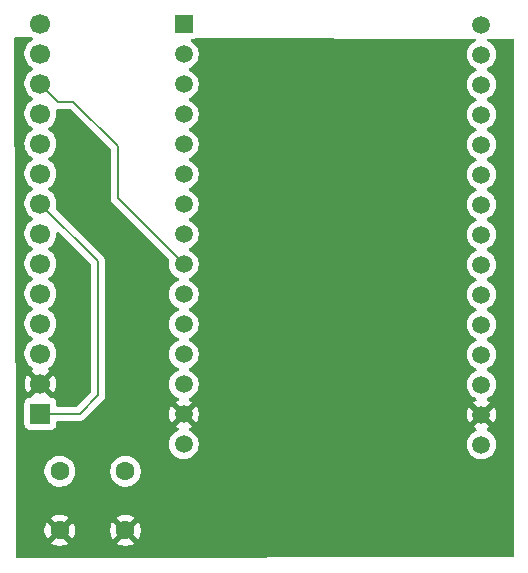
<source format=gbr>
%TF.GenerationSoftware,KiCad,Pcbnew,9.0.4*%
%TF.CreationDate,2026-02-18T17:55:14-08:00*%
%TF.ProjectId,Tool-Display-PCB,546f6f6c-2d44-4697-9370-6c61792d5043,rev?*%
%TF.SameCoordinates,Original*%
%TF.FileFunction,Copper,L2,Bot*%
%TF.FilePolarity,Positive*%
%FSLAX46Y46*%
G04 Gerber Fmt 4.6, Leading zero omitted, Abs format (unit mm)*
G04 Created by KiCad (PCBNEW 9.0.4) date 2026-02-18 17:55:14*
%MOMM*%
%LPD*%
G01*
G04 APERTURE LIST*
%TA.AperFunction,ComponentPad*%
%ADD10C,1.600000*%
%TD*%
%TA.AperFunction,ComponentPad*%
%ADD11C,1.700000*%
%TD*%
%TA.AperFunction,ComponentPad*%
%ADD12R,1.700000X1.700000*%
%TD*%
%TA.AperFunction,ComponentPad*%
%ADD13C,1.500000*%
%TD*%
%TA.AperFunction,ComponentPad*%
%ADD14R,1.500000X1.500000*%
%TD*%
%TA.AperFunction,Conductor*%
%ADD15C,0.200000*%
%TD*%
G04 APERTURE END LIST*
D10*
%TO.P,C1,1*%
%TO.N,GND*%
X109990000Y-107530000D03*
%TO.P,C1,2*%
%TO.N,Net-(J1-Pin_1)*%
X109990000Y-102530000D03*
%TD*%
D11*
%TO.P,J1,CS,Pin_3*%
%TO.N,Net-(J1-Pin_3)*%
X102790000Y-92570000D03*
%TO.P,J1,DC,Pin_5*%
%TO.N,Net-(J1-Pin_5)*%
X102790000Y-87490000D03*
%TO.P,J1,GND,Pin_2*%
%TO.N,GND*%
X102790000Y-95110000D03*
%TO.P,J1,LED,Pin_8*%
%TO.N,Net-(J1-Pin_1)*%
X102790000Y-79870000D03*
%TO.P,J1,MISO,Pin_9*%
%TO.N,unconnected-(J1-Pin_9-PadMISO)*%
X102790000Y-77330000D03*
%TO.P,J1,MOSI,Pin_6*%
%TO.N,Net-(J1-Pin_12)*%
X102790000Y-84950000D03*
%TO.P,J1,RST,Pin_4*%
%TO.N,Net-(J1-Pin_4)*%
X102790000Y-90030000D03*
%TO.P,J1,SCK,Pin_7*%
%TO.N,Net-(J1-Pin_10)*%
X102790000Y-82410000D03*
%TO.P,J1,T_CLK,Pin_10*%
X102790000Y-74790000D03*
%TO.P,J1,T_CS*%
%TO.N,Net-(J2-Pin_9)*%
X102790000Y-72250000D03*
%TO.P,J1,T_DIN,Pin_12*%
%TO.N,Net-(J1-Pin_12)*%
X102790000Y-69710000D03*
%TO.P,J1,T_DO*%
%TO.N,Net-(J2-Pin_10)*%
X102790000Y-67170000D03*
%TO.P,J1,T_IRQ*%
%TO.N,unconnected-(J1-PadT_IRQ)*%
X102790000Y-64630000D03*
D12*
%TO.P,J1,VCC,Pin_1*%
%TO.N,Net-(J1-Pin_1)*%
X102790000Y-97650000D03*
%TD*%
D10*
%TO.P,C2,1*%
%TO.N,GND*%
X104430000Y-107530000D03*
%TO.P,C2,2*%
%TO.N,Net-(J1-Pin_1)*%
X104430000Y-102530000D03*
%TD*%
D13*
%TO.P,J2,1,Pin_17*%
%TO.N,unconnected-(J2-Pin_17-Pad1)*%
X140130000Y-69790000D03*
%TO.P,J2,2,Pin_27*%
%TO.N,unconnected-(J2-Pin_27-Pad2)*%
X140130000Y-92650000D03*
%TO.P,J2,3,Pin_18*%
%TO.N,unconnected-(J2-Pin_18-Pad3)*%
X140130000Y-72330000D03*
%TO.P,J2,3.3V*%
%TO.N,N/C*%
X140130000Y-100270000D03*
%TO.P,J2,4,Pin_25*%
%TO.N,unconnected-(J2-Pin_25-Pad4)*%
X140130000Y-90110000D03*
%TO.P,J2,5,Pin_22*%
%TO.N,unconnected-(J2-Pin_22-Pad5)*%
X140130000Y-82490000D03*
%TO.P,J2,12,Pin_4*%
%TO.N,unconnected-(J2-Pin_4-Pad12)*%
X114930000Y-92610000D03*
%TO.P,J2,13,Pin_3*%
%TO.N,Net-(J1-Pin_3)*%
X114930000Y-95150000D03*
%TO.P,J2,14,Pin_5*%
%TO.N,Net-(J1-Pin_4)*%
X114930000Y-90070000D03*
%TO.P,J2,15,Pin_28*%
%TO.N,unconnected-(J2-Pin_28-Pad15)*%
X140130000Y-95190000D03*
%TO.P,J2,16,Pin_24*%
%TO.N,unconnected-(J2-Pin_24-Pad16)*%
X140130000Y-87570000D03*
%TO.P,J2,17,Pin_23*%
%TO.N,unconnected-(J2-Pin_23-Pad17)*%
X140130000Y-85030000D03*
%TO.P,J2,18,Pin_21*%
%TO.N,unconnected-(J2-Pin_21-Pad18)*%
X140130000Y-79950000D03*
%TO.P,J2,19,Pin_20*%
%TO.N,unconnected-(J2-Pin_20-Pad19)*%
X140130000Y-77410000D03*
%TO.P,J2,21,Pin_19*%
%TO.N,unconnected-(J2-Pin_19-Pad21)*%
X140130000Y-74870000D03*
%TO.P,J2,22,Pin_16*%
%TO.N,unconnected-(J2-Pin_16-Pad22)*%
X140130000Y-67250000D03*
%TO.P,J2,23,Pin_15*%
%TO.N,unconnected-(J2-Pin_15-Pad23)*%
X140130000Y-64710000D03*
%TO.P,J2,25,Pin_8*%
%TO.N,Net-(J1-Pin_10)*%
X114930000Y-82450000D03*
%TO.P,J2,26,Pin_7*%
%TO.N,Net-(J1-Pin_12)*%
X114930000Y-84990000D03*
%TO.P,J2,27,Pin_6*%
%TO.N,Net-(J1-Pin_5)*%
X114930000Y-87530000D03*
%TO.P,J2,32,Pin_10*%
%TO.N,Net-(J2-Pin_10)*%
X114930000Y-77370000D03*
%TO.P,J2,33,Pin_9*%
%TO.N,Net-(J2-Pin_9)*%
X114930000Y-79910000D03*
%TO.P,J2,34,Pin_12*%
%TO.N,unconnected-(J2-Pin_12-Pad34)*%
X114930000Y-72290000D03*
%TO.P,J2,35,Pin_11*%
%TO.N,unconnected-(J2-Pin_11-Pad35)*%
X114930000Y-74830000D03*
%TO.P,J2,36,36*%
%TO.N,unconnected-(J2-Pad36)*%
X114930000Y-67210000D03*
%TO.P,J2,39,Pin_13*%
%TO.N,unconnected-(J2-Pin_13-Pad39)*%
X114930000Y-69750000D03*
D14*
%TO.P,J2,EN,Pin_15*%
%TO.N,unconnected-(J2-Pin_15-PadEN)*%
X114930000Y-64670000D03*
D13*
%TO.P,J2,GND,Pin_2*%
%TO.N,GND*%
X114930000Y-97690000D03*
X140130000Y-97730000D03*
%TO.P,J2,VIN,3.3*%
%TO.N,Net-(J1-Pin_1)*%
X114930000Y-100230000D03*
%TD*%
D15*
%TO.N,Net-(J1-Pin_1)*%
X107670000Y-84750000D02*
X107670000Y-96100000D01*
X107670000Y-96100000D02*
X106120000Y-97650000D01*
X102790000Y-79870000D02*
X107670000Y-84750000D01*
X106120000Y-97650000D02*
X102790000Y-97650000D01*
%TO.N,Net-(J1-Pin_12)*%
X109330000Y-74980000D02*
X109330000Y-79390000D01*
X102790000Y-69710000D02*
X104300000Y-71220000D01*
X105570000Y-71220000D02*
X109330000Y-74980000D01*
X104300000Y-71220000D02*
X105570000Y-71220000D01*
X109330000Y-79390000D02*
X114930000Y-84990000D01*
%TD*%
%TA.AperFunction,Conductor*%
%TO.N,GND*%
G36*
X101987932Y-65745504D02*
G01*
X102004945Y-65750569D01*
X102022699Y-65750615D01*
X102054766Y-65765358D01*
X102057596Y-65767187D01*
X102082184Y-65785051D01*
X102096613Y-65792402D01*
X102101956Y-65795856D01*
X102120782Y-65817695D01*
X102141742Y-65837491D01*
X102143311Y-65843830D01*
X102147576Y-65848777D01*
X102151605Y-65877325D01*
X102158536Y-65905312D01*
X102156429Y-65911494D01*
X102157342Y-65917961D01*
X102145299Y-65944153D01*
X102135998Y-65971447D01*
X102130882Y-65975509D01*
X102128155Y-65981442D01*
X102090946Y-66010484D01*
X102082182Y-66014949D01*
X101910213Y-66139890D01*
X101759890Y-66290213D01*
X101634951Y-66462179D01*
X101538444Y-66651585D01*
X101472753Y-66853760D01*
X101439500Y-67063713D01*
X101439500Y-67276286D01*
X101472753Y-67486239D01*
X101538444Y-67688414D01*
X101634951Y-67877820D01*
X101759890Y-68049786D01*
X101910213Y-68200109D01*
X102082182Y-68325050D01*
X102090946Y-68329516D01*
X102141742Y-68377491D01*
X102158536Y-68445312D01*
X102135998Y-68511447D01*
X102090946Y-68550484D01*
X102082182Y-68554949D01*
X101910213Y-68679890D01*
X101759890Y-68830213D01*
X101634951Y-69002179D01*
X101538444Y-69191585D01*
X101472753Y-69393760D01*
X101439500Y-69603713D01*
X101439500Y-69816286D01*
X101472753Y-70026239D01*
X101472753Y-70026241D01*
X101472754Y-70026243D01*
X101527431Y-70194522D01*
X101538444Y-70228414D01*
X101634951Y-70417820D01*
X101759890Y-70589786D01*
X101910213Y-70740109D01*
X102082182Y-70865050D01*
X102090946Y-70869516D01*
X102141742Y-70917491D01*
X102158536Y-70985312D01*
X102135998Y-71051447D01*
X102090946Y-71090484D01*
X102082182Y-71094949D01*
X101910213Y-71219890D01*
X101759890Y-71370213D01*
X101634951Y-71542179D01*
X101538444Y-71731585D01*
X101472753Y-71933760D01*
X101439500Y-72143713D01*
X101439500Y-72356286D01*
X101472753Y-72566239D01*
X101538444Y-72768414D01*
X101634951Y-72957820D01*
X101759890Y-73129786D01*
X101910213Y-73280109D01*
X102082182Y-73405050D01*
X102090946Y-73409516D01*
X102141742Y-73457491D01*
X102158536Y-73525312D01*
X102135998Y-73591447D01*
X102090946Y-73630484D01*
X102082182Y-73634949D01*
X101910213Y-73759890D01*
X101759890Y-73910213D01*
X101634951Y-74082179D01*
X101538444Y-74271585D01*
X101472753Y-74473760D01*
X101456374Y-74577173D01*
X101439500Y-74683713D01*
X101439500Y-74896287D01*
X101440238Y-74900945D01*
X101466864Y-75069059D01*
X101472754Y-75106243D01*
X101512554Y-75228735D01*
X101538444Y-75308414D01*
X101634951Y-75497820D01*
X101759890Y-75669786D01*
X101910213Y-75820109D01*
X102082182Y-75945050D01*
X102090946Y-75949516D01*
X102141742Y-75997491D01*
X102158536Y-76065312D01*
X102135998Y-76131447D01*
X102090946Y-76170484D01*
X102082182Y-76174949D01*
X101910213Y-76299890D01*
X101759890Y-76450213D01*
X101634951Y-76622179D01*
X101538444Y-76811585D01*
X101472753Y-77013760D01*
X101439500Y-77223713D01*
X101439500Y-77436286D01*
X101472753Y-77646239D01*
X101538444Y-77848414D01*
X101634951Y-78037820D01*
X101759890Y-78209786D01*
X101910213Y-78360109D01*
X102082182Y-78485050D01*
X102090946Y-78489516D01*
X102141742Y-78537491D01*
X102158536Y-78605312D01*
X102135998Y-78671447D01*
X102090946Y-78710484D01*
X102082182Y-78714949D01*
X101910213Y-78839890D01*
X101759890Y-78990213D01*
X101634951Y-79162179D01*
X101538444Y-79351585D01*
X101472753Y-79553760D01*
X101439500Y-79763713D01*
X101439500Y-79976286D01*
X101472753Y-80186239D01*
X101472753Y-80186241D01*
X101472754Y-80186243D01*
X101527431Y-80354522D01*
X101538444Y-80388414D01*
X101634951Y-80577820D01*
X101759890Y-80749786D01*
X101910213Y-80900109D01*
X102082182Y-81025050D01*
X102090946Y-81029516D01*
X102141742Y-81077491D01*
X102158536Y-81145312D01*
X102135998Y-81211447D01*
X102090946Y-81250484D01*
X102082182Y-81254949D01*
X101910213Y-81379890D01*
X101759890Y-81530213D01*
X101634951Y-81702179D01*
X101538444Y-81891585D01*
X101472753Y-82093760D01*
X101439500Y-82303713D01*
X101439500Y-82516286D01*
X101472753Y-82726239D01*
X101538444Y-82928414D01*
X101634951Y-83117820D01*
X101759890Y-83289786D01*
X101910213Y-83440109D01*
X102082182Y-83565050D01*
X102090946Y-83569516D01*
X102141742Y-83617491D01*
X102158536Y-83685312D01*
X102135998Y-83751447D01*
X102090946Y-83790484D01*
X102082182Y-83794949D01*
X101910213Y-83919890D01*
X101759890Y-84070213D01*
X101634951Y-84242179D01*
X101538444Y-84431585D01*
X101472753Y-84633760D01*
X101439500Y-84843713D01*
X101439500Y-85056286D01*
X101472753Y-85266239D01*
X101538444Y-85468414D01*
X101634951Y-85657820D01*
X101759890Y-85829786D01*
X101910213Y-85980109D01*
X102082182Y-86105050D01*
X102090946Y-86109516D01*
X102141742Y-86157491D01*
X102158536Y-86225312D01*
X102135998Y-86291447D01*
X102090946Y-86330484D01*
X102082182Y-86334949D01*
X101910213Y-86459890D01*
X101759890Y-86610213D01*
X101634951Y-86782179D01*
X101538444Y-86971585D01*
X101472753Y-87173760D01*
X101439500Y-87383713D01*
X101439500Y-87596286D01*
X101472753Y-87806239D01*
X101538444Y-88008414D01*
X101634951Y-88197820D01*
X101759890Y-88369786D01*
X101910213Y-88520109D01*
X102082182Y-88645050D01*
X102090946Y-88649516D01*
X102141742Y-88697491D01*
X102158536Y-88765312D01*
X102135998Y-88831447D01*
X102090946Y-88870484D01*
X102082182Y-88874949D01*
X101910213Y-88999890D01*
X101759890Y-89150213D01*
X101634951Y-89322179D01*
X101538444Y-89511585D01*
X101472753Y-89713760D01*
X101439500Y-89923713D01*
X101439500Y-90136286D01*
X101472753Y-90346239D01*
X101538444Y-90548414D01*
X101634951Y-90737820D01*
X101759890Y-90909786D01*
X101910213Y-91060109D01*
X102082182Y-91185050D01*
X102090946Y-91189516D01*
X102141742Y-91237491D01*
X102158536Y-91305312D01*
X102135998Y-91371447D01*
X102090946Y-91410484D01*
X102082182Y-91414949D01*
X101910213Y-91539890D01*
X101759890Y-91690213D01*
X101634951Y-91862179D01*
X101538444Y-92051585D01*
X101472753Y-92253760D01*
X101439500Y-92463713D01*
X101439500Y-92676286D01*
X101472753Y-92886239D01*
X101538444Y-93088414D01*
X101634951Y-93277820D01*
X101759890Y-93449786D01*
X101910213Y-93600109D01*
X102082179Y-93725048D01*
X102082181Y-93725049D01*
X102082184Y-93725051D01*
X102091493Y-93729794D01*
X102142290Y-93777766D01*
X102159087Y-93845587D01*
X102136552Y-93911722D01*
X102091505Y-93950760D01*
X102082446Y-93955376D01*
X102082440Y-93955380D01*
X102028282Y-93994727D01*
X102028282Y-93994728D01*
X102660591Y-94627037D01*
X102597007Y-94644075D01*
X102482993Y-94709901D01*
X102389901Y-94802993D01*
X102324075Y-94917007D01*
X102307037Y-94980591D01*
X101674728Y-94348282D01*
X101674727Y-94348282D01*
X101635380Y-94402439D01*
X101538904Y-94591782D01*
X101473242Y-94793869D01*
X101473242Y-94793872D01*
X101440000Y-95003753D01*
X101440000Y-95216246D01*
X101473242Y-95426127D01*
X101473242Y-95426130D01*
X101538904Y-95628217D01*
X101635375Y-95817550D01*
X101674728Y-95871716D01*
X102307037Y-95239408D01*
X102324075Y-95302993D01*
X102389901Y-95417007D01*
X102482993Y-95510099D01*
X102597007Y-95575925D01*
X102660590Y-95592962D01*
X101990370Y-96263181D01*
X101929047Y-96296666D01*
X101902698Y-96299500D01*
X101892134Y-96299500D01*
X101892123Y-96299501D01*
X101832516Y-96305908D01*
X101697671Y-96356202D01*
X101697664Y-96356206D01*
X101582455Y-96442452D01*
X101582452Y-96442455D01*
X101496206Y-96557664D01*
X101496202Y-96557671D01*
X101445908Y-96692517D01*
X101439501Y-96752116D01*
X101439501Y-96752123D01*
X101439500Y-96752135D01*
X101439500Y-98547870D01*
X101439501Y-98547876D01*
X101445908Y-98607483D01*
X101496202Y-98742328D01*
X101496206Y-98742335D01*
X101582452Y-98857544D01*
X101582455Y-98857547D01*
X101697664Y-98943793D01*
X101697671Y-98943797D01*
X101832517Y-98994091D01*
X101832516Y-98994091D01*
X101839444Y-98994835D01*
X101892127Y-99000500D01*
X103687872Y-99000499D01*
X103747483Y-98994091D01*
X103882331Y-98943796D01*
X103997546Y-98857546D01*
X104083796Y-98742331D01*
X104134091Y-98607483D01*
X104140500Y-98547873D01*
X104140500Y-98374500D01*
X104160185Y-98307461D01*
X104212989Y-98261706D01*
X104264500Y-98250500D01*
X106033331Y-98250500D01*
X106033347Y-98250501D01*
X106040943Y-98250501D01*
X106199054Y-98250501D01*
X106199057Y-98250501D01*
X106351785Y-98209577D01*
X106401904Y-98180639D01*
X106488716Y-98130520D01*
X106600520Y-98018716D01*
X106600520Y-98018714D01*
X106610728Y-98008507D01*
X106610730Y-98008504D01*
X108028506Y-96590728D01*
X108028511Y-96590724D01*
X108038714Y-96580520D01*
X108038716Y-96580520D01*
X108150520Y-96468716D01*
X108207681Y-96369709D01*
X108229577Y-96331785D01*
X108270501Y-96179057D01*
X108270501Y-96020943D01*
X108270501Y-96013348D01*
X108270500Y-96013330D01*
X108270500Y-84670945D01*
X108270500Y-84670943D01*
X108229577Y-84518216D01*
X108229577Y-84518215D01*
X108229577Y-84518214D01*
X108200639Y-84468095D01*
X108200637Y-84468092D01*
X108179562Y-84431588D01*
X108150520Y-84381284D01*
X108038716Y-84269480D01*
X108038715Y-84269479D01*
X108034385Y-84265149D01*
X108034374Y-84265139D01*
X104123757Y-80354522D01*
X104090272Y-80293199D01*
X104093507Y-80228523D01*
X104107246Y-80186243D01*
X104140500Y-79976287D01*
X104140500Y-79763713D01*
X104107246Y-79553757D01*
X104041557Y-79351588D01*
X103945051Y-79162184D01*
X103945049Y-79162181D01*
X103945048Y-79162179D01*
X103820109Y-78990213D01*
X103669786Y-78839890D01*
X103497820Y-78714951D01*
X103497115Y-78714591D01*
X103489054Y-78710485D01*
X103438259Y-78662512D01*
X103421463Y-78594692D01*
X103443999Y-78528556D01*
X103489054Y-78489515D01*
X103497816Y-78485051D01*
X103560479Y-78439524D01*
X103669786Y-78360109D01*
X103669788Y-78360106D01*
X103669792Y-78360104D01*
X103820104Y-78209792D01*
X103820106Y-78209788D01*
X103820109Y-78209786D01*
X103945048Y-78037820D01*
X103945047Y-78037820D01*
X103945051Y-78037816D01*
X104041557Y-77848412D01*
X104107246Y-77646243D01*
X104140500Y-77436287D01*
X104140500Y-77223713D01*
X104107246Y-77013757D01*
X104041557Y-76811588D01*
X103945051Y-76622184D01*
X103945049Y-76622181D01*
X103945048Y-76622179D01*
X103820109Y-76450213D01*
X103669786Y-76299890D01*
X103497820Y-76174951D01*
X103497115Y-76174591D01*
X103489054Y-76170485D01*
X103438259Y-76122512D01*
X103421463Y-76054692D01*
X103443999Y-75988556D01*
X103489054Y-75949515D01*
X103497816Y-75945051D01*
X103560479Y-75899524D01*
X103669786Y-75820109D01*
X103669788Y-75820106D01*
X103669792Y-75820104D01*
X103820104Y-75669792D01*
X103820106Y-75669788D01*
X103820109Y-75669786D01*
X103945048Y-75497820D01*
X103945047Y-75497820D01*
X103945051Y-75497816D01*
X104041557Y-75308412D01*
X104107246Y-75106243D01*
X104140500Y-74896287D01*
X104140500Y-74683713D01*
X104107246Y-74473757D01*
X104041557Y-74271588D01*
X103945051Y-74082184D01*
X103945049Y-74082181D01*
X103945048Y-74082179D01*
X103820109Y-73910213D01*
X103669786Y-73759890D01*
X103497820Y-73634951D01*
X103497115Y-73634591D01*
X103489054Y-73630485D01*
X103438259Y-73582512D01*
X103421463Y-73514692D01*
X103443999Y-73448556D01*
X103489054Y-73409515D01*
X103497816Y-73405051D01*
X103560479Y-73359524D01*
X103669786Y-73280109D01*
X103669788Y-73280106D01*
X103669792Y-73280104D01*
X103820104Y-73129792D01*
X103820106Y-73129788D01*
X103820109Y-73129786D01*
X103945048Y-72957820D01*
X103945047Y-72957820D01*
X103945051Y-72957816D01*
X104041557Y-72768412D01*
X104107246Y-72566243D01*
X104140500Y-72356287D01*
X104140500Y-72143713D01*
X104112020Y-71963898D01*
X104120975Y-71894604D01*
X104165971Y-71841152D01*
X104232722Y-71820513D01*
X104234493Y-71820500D01*
X105269903Y-71820500D01*
X105336942Y-71840185D01*
X105357584Y-71856819D01*
X108693181Y-75192416D01*
X108726666Y-75253739D01*
X108729500Y-75280097D01*
X108729500Y-79303330D01*
X108729499Y-79303348D01*
X108729499Y-79469054D01*
X108729498Y-79469054D01*
X108770423Y-79621785D01*
X108779909Y-79638215D01*
X108849477Y-79758712D01*
X108849481Y-79758717D01*
X108968349Y-79877585D01*
X108968355Y-79877590D01*
X113676231Y-84585466D01*
X113709716Y-84646789D01*
X113711023Y-84692544D01*
X113679500Y-84891576D01*
X113679500Y-85088422D01*
X113710290Y-85282826D01*
X113771117Y-85470029D01*
X113860476Y-85645405D01*
X113976172Y-85804646D01*
X114115354Y-85943828D01*
X114274595Y-86059524D01*
X114397992Y-86122397D01*
X114451213Y-86149515D01*
X114502009Y-86197489D01*
X114518804Y-86265310D01*
X114496267Y-86331445D01*
X114451213Y-86370485D01*
X114274594Y-86460476D01*
X114219540Y-86500476D01*
X114115354Y-86576172D01*
X114115352Y-86576174D01*
X114115351Y-86576174D01*
X113976174Y-86715351D01*
X113976174Y-86715352D01*
X113976172Y-86715354D01*
X113947112Y-86755352D01*
X113860476Y-86874594D01*
X113771117Y-87049970D01*
X113710290Y-87237173D01*
X113679500Y-87431577D01*
X113679500Y-87628422D01*
X113710290Y-87822826D01*
X113771117Y-88010029D01*
X113860476Y-88185405D01*
X113976172Y-88344646D01*
X114115354Y-88483828D01*
X114274595Y-88599524D01*
X114397992Y-88662397D01*
X114451213Y-88689515D01*
X114502009Y-88737489D01*
X114518804Y-88805310D01*
X114496267Y-88871445D01*
X114451213Y-88910485D01*
X114274594Y-89000476D01*
X114219540Y-89040476D01*
X114115354Y-89116172D01*
X114115352Y-89116174D01*
X114115351Y-89116174D01*
X113976174Y-89255351D01*
X113976174Y-89255352D01*
X113976172Y-89255354D01*
X113947112Y-89295352D01*
X113860476Y-89414594D01*
X113771117Y-89589970D01*
X113710290Y-89777173D01*
X113679500Y-89971577D01*
X113679500Y-90168422D01*
X113710290Y-90362826D01*
X113771117Y-90550029D01*
X113860476Y-90725405D01*
X113976172Y-90884646D01*
X114115354Y-91023828D01*
X114274595Y-91139524D01*
X114397992Y-91202397D01*
X114451213Y-91229515D01*
X114502009Y-91277489D01*
X114518804Y-91345310D01*
X114496267Y-91411445D01*
X114451213Y-91450485D01*
X114274594Y-91540476D01*
X114219540Y-91580476D01*
X114115354Y-91656172D01*
X114115352Y-91656174D01*
X114115351Y-91656174D01*
X113976174Y-91795351D01*
X113976174Y-91795352D01*
X113976172Y-91795354D01*
X113947112Y-91835352D01*
X113860476Y-91954594D01*
X113771117Y-92129970D01*
X113710290Y-92317173D01*
X113679500Y-92511577D01*
X113679500Y-92708422D01*
X113710290Y-92902826D01*
X113771117Y-93090029D01*
X113860476Y-93265405D01*
X113976172Y-93424646D01*
X114115354Y-93563828D01*
X114274595Y-93679524D01*
X114373252Y-93729792D01*
X114451213Y-93769515D01*
X114502009Y-93817489D01*
X114518804Y-93885310D01*
X114496267Y-93951445D01*
X114451213Y-93990485D01*
X114274594Y-94080476D01*
X114219540Y-94120476D01*
X114115354Y-94196172D01*
X114115352Y-94196174D01*
X114115351Y-94196174D01*
X113976174Y-94335351D01*
X113976174Y-94335352D01*
X113976172Y-94335354D01*
X113947112Y-94375352D01*
X113860476Y-94494594D01*
X113771117Y-94669970D01*
X113710290Y-94857173D01*
X113679500Y-95051577D01*
X113679500Y-95248422D01*
X113710290Y-95442826D01*
X113771117Y-95630029D01*
X113857673Y-95799903D01*
X113860476Y-95805405D01*
X113976172Y-95964646D01*
X114115354Y-96103828D01*
X114218893Y-96179054D01*
X114274596Y-96219525D01*
X114451763Y-96309795D01*
X114502560Y-96357769D01*
X114519355Y-96425590D01*
X114496818Y-96491725D01*
X114451764Y-96530765D01*
X114274859Y-96620902D01*
X114239873Y-96646320D01*
X114239872Y-96646320D01*
X114841415Y-97247861D01*
X114756306Y-97270667D01*
X114653694Y-97329910D01*
X114569910Y-97413694D01*
X114510667Y-97516306D01*
X114487861Y-97601414D01*
X113886320Y-96999872D01*
X113886320Y-96999873D01*
X113860902Y-97034859D01*
X113860899Y-97034863D01*
X113771582Y-97210161D01*
X113710778Y-97397294D01*
X113680000Y-97591617D01*
X113680000Y-97788382D01*
X113710778Y-97982705D01*
X113771581Y-98169835D01*
X113860905Y-98345145D01*
X113886319Y-98380125D01*
X113886320Y-98380125D01*
X114487861Y-97778584D01*
X114510667Y-97863694D01*
X114569910Y-97966306D01*
X114653694Y-98050090D01*
X114756306Y-98109333D01*
X114841414Y-98132137D01*
X114239873Y-98733677D01*
X114239873Y-98733678D01*
X114274858Y-98759096D01*
X114451764Y-98849234D01*
X114502560Y-98897209D01*
X114519355Y-98965030D01*
X114496818Y-99031164D01*
X114451764Y-99070204D01*
X114274594Y-99160476D01*
X114219540Y-99200476D01*
X114115354Y-99276172D01*
X114115352Y-99276174D01*
X114115351Y-99276174D01*
X113976174Y-99415351D01*
X113976174Y-99415352D01*
X113976172Y-99415354D01*
X113947112Y-99455352D01*
X113860476Y-99574594D01*
X113771117Y-99749970D01*
X113710290Y-99937173D01*
X113679500Y-100131577D01*
X113679500Y-100328422D01*
X113710290Y-100522826D01*
X113771117Y-100710029D01*
X113860476Y-100885405D01*
X113976172Y-101044646D01*
X114115354Y-101183828D01*
X114274595Y-101299524D01*
X114324163Y-101324780D01*
X114449970Y-101388882D01*
X114449972Y-101388882D01*
X114449975Y-101388884D01*
X114538701Y-101417713D01*
X114637173Y-101449709D01*
X114831578Y-101480500D01*
X114831583Y-101480500D01*
X115028422Y-101480500D01*
X115222826Y-101449709D01*
X115286918Y-101428884D01*
X115410025Y-101388884D01*
X115585405Y-101299524D01*
X115744646Y-101183828D01*
X115883828Y-101044646D01*
X115999524Y-100885405D01*
X116088884Y-100710025D01*
X116149709Y-100522826D01*
X116180500Y-100328422D01*
X116180500Y-100131577D01*
X116149709Y-99937173D01*
X116088882Y-99749970D01*
X115999523Y-99574594D01*
X115883828Y-99415354D01*
X115744646Y-99276172D01*
X115585405Y-99160476D01*
X115410025Y-99071116D01*
X115410024Y-99071115D01*
X115408235Y-99070204D01*
X115357439Y-99022230D01*
X115340644Y-98954409D01*
X115363181Y-98888274D01*
X115408236Y-98849234D01*
X115585141Y-98759097D01*
X115620125Y-98733678D01*
X115620126Y-98733678D01*
X115018585Y-98132137D01*
X115103694Y-98109333D01*
X115206306Y-98050090D01*
X115290090Y-97966306D01*
X115349333Y-97863694D01*
X115372137Y-97778585D01*
X115973678Y-98380126D01*
X115973678Y-98380125D01*
X115999095Y-98345143D01*
X116088418Y-98169835D01*
X116149221Y-97982705D01*
X116180000Y-97788382D01*
X116180000Y-97591617D01*
X116149221Y-97397294D01*
X116088418Y-97210164D01*
X115999096Y-97034858D01*
X115973678Y-96999873D01*
X115973677Y-96999873D01*
X115372137Y-97601413D01*
X115349333Y-97516306D01*
X115290090Y-97413694D01*
X115206306Y-97329910D01*
X115103694Y-97270667D01*
X115018584Y-97247861D01*
X115620125Y-96646320D01*
X115620125Y-96646319D01*
X115585145Y-96620905D01*
X115408235Y-96530765D01*
X115357439Y-96482790D01*
X115340644Y-96414969D01*
X115363182Y-96348834D01*
X115408236Y-96309795D01*
X115410022Y-96308884D01*
X115410025Y-96308884D01*
X115585405Y-96219524D01*
X115744646Y-96103828D01*
X115883828Y-95964646D01*
X115999524Y-95805405D01*
X116088884Y-95630025D01*
X116149709Y-95442826D01*
X116153798Y-95417007D01*
X116180500Y-95248422D01*
X116180500Y-95051577D01*
X116149709Y-94857173D01*
X116088882Y-94669970D01*
X115999523Y-94494594D01*
X115883828Y-94335354D01*
X115744646Y-94196172D01*
X115640457Y-94120474D01*
X115585403Y-94080474D01*
X115408787Y-93990485D01*
X115357990Y-93942511D01*
X115341195Y-93874690D01*
X115363732Y-93808555D01*
X115408787Y-93769515D01*
X115585403Y-93679525D01*
X115585402Y-93679525D01*
X115585405Y-93679524D01*
X115744646Y-93563828D01*
X115883828Y-93424646D01*
X115999524Y-93265405D01*
X116088884Y-93090025D01*
X116149709Y-92902826D01*
X116180500Y-92708422D01*
X116180500Y-92511577D01*
X116149709Y-92317173D01*
X116088882Y-92129970D01*
X115999523Y-91954594D01*
X115883828Y-91795354D01*
X115744646Y-91656172D01*
X115640457Y-91580474D01*
X115585403Y-91540474D01*
X115408787Y-91450485D01*
X115357990Y-91402511D01*
X115341195Y-91334690D01*
X115363732Y-91268555D01*
X115408787Y-91229515D01*
X115585403Y-91139525D01*
X115585402Y-91139525D01*
X115585405Y-91139524D01*
X115744646Y-91023828D01*
X115883828Y-90884646D01*
X115999524Y-90725405D01*
X116088884Y-90550025D01*
X116149709Y-90362826D01*
X116180500Y-90168422D01*
X116180500Y-89971577D01*
X116149709Y-89777173D01*
X116088882Y-89589970D01*
X115999523Y-89414594D01*
X115883828Y-89255354D01*
X115744646Y-89116172D01*
X115640457Y-89040474D01*
X115585403Y-89000474D01*
X115408787Y-88910485D01*
X115357990Y-88862511D01*
X115341195Y-88794690D01*
X115363732Y-88728555D01*
X115408787Y-88689515D01*
X115585403Y-88599525D01*
X115585402Y-88599525D01*
X115585405Y-88599524D01*
X115744646Y-88483828D01*
X115883828Y-88344646D01*
X115999524Y-88185405D01*
X116088884Y-88010025D01*
X116149709Y-87822826D01*
X116180500Y-87628422D01*
X116180500Y-87431577D01*
X116149709Y-87237173D01*
X116088882Y-87049970D01*
X115999523Y-86874594D01*
X115883828Y-86715354D01*
X115744646Y-86576172D01*
X115640457Y-86500474D01*
X115585403Y-86460474D01*
X115408787Y-86370485D01*
X115357990Y-86322511D01*
X115341195Y-86254690D01*
X115363732Y-86188555D01*
X115408787Y-86149515D01*
X115585403Y-86059525D01*
X115585402Y-86059525D01*
X115585405Y-86059524D01*
X115744646Y-85943828D01*
X115883828Y-85804646D01*
X115999524Y-85645405D01*
X116088884Y-85470025D01*
X116149709Y-85282826D01*
X116180500Y-85088422D01*
X116180500Y-84891577D01*
X116149709Y-84697173D01*
X116101879Y-84549970D01*
X116088884Y-84509975D01*
X116088882Y-84509972D01*
X116088882Y-84509970D01*
X116041743Y-84417455D01*
X115999524Y-84334595D01*
X115883828Y-84175354D01*
X115744646Y-84036172D01*
X115640457Y-83960474D01*
X115585403Y-83920474D01*
X115408787Y-83830485D01*
X115357990Y-83782511D01*
X115341195Y-83714690D01*
X115363732Y-83648555D01*
X115408787Y-83609515D01*
X115585403Y-83519525D01*
X115585402Y-83519525D01*
X115585405Y-83519524D01*
X115744646Y-83403828D01*
X115883828Y-83264646D01*
X115999524Y-83105405D01*
X116088884Y-82930025D01*
X116149709Y-82742826D01*
X116180500Y-82548422D01*
X116180500Y-82351577D01*
X116149709Y-82157173D01*
X116088882Y-81969970D01*
X115999523Y-81794594D01*
X115883828Y-81635354D01*
X115744646Y-81496172D01*
X115640457Y-81420474D01*
X115585403Y-81380474D01*
X115408787Y-81290485D01*
X115357990Y-81242511D01*
X115341195Y-81174690D01*
X115363732Y-81108555D01*
X115408787Y-81069515D01*
X115585403Y-80979525D01*
X115585402Y-80979525D01*
X115585405Y-80979524D01*
X115744646Y-80863828D01*
X115883828Y-80724646D01*
X115999524Y-80565405D01*
X116088884Y-80390025D01*
X116149709Y-80202826D01*
X116180500Y-80008422D01*
X116180500Y-79811577D01*
X116149709Y-79617173D01*
X116101879Y-79469970D01*
X116088884Y-79429975D01*
X116088882Y-79429972D01*
X116088882Y-79429970D01*
X116041743Y-79337455D01*
X115999524Y-79254595D01*
X115883828Y-79095354D01*
X115744646Y-78956172D01*
X115640457Y-78880474D01*
X115585403Y-78840474D01*
X115408787Y-78750485D01*
X115357990Y-78702511D01*
X115341195Y-78634690D01*
X115363732Y-78568555D01*
X115408787Y-78529515D01*
X115585403Y-78439525D01*
X115585402Y-78439525D01*
X115585405Y-78439524D01*
X115744646Y-78323828D01*
X115883828Y-78184646D01*
X115999524Y-78025405D01*
X116088884Y-77850025D01*
X116149709Y-77662826D01*
X116180500Y-77468422D01*
X116180500Y-77271577D01*
X116149709Y-77077173D01*
X116088882Y-76889970D01*
X115999523Y-76714594D01*
X115883828Y-76555354D01*
X115744646Y-76416172D01*
X115640457Y-76340474D01*
X115585403Y-76300474D01*
X115408787Y-76210485D01*
X115357990Y-76162511D01*
X115341195Y-76094690D01*
X115363732Y-76028555D01*
X115408787Y-75989515D01*
X115585403Y-75899525D01*
X115585402Y-75899525D01*
X115585405Y-75899524D01*
X115744646Y-75783828D01*
X115883828Y-75644646D01*
X115999524Y-75485405D01*
X116088884Y-75310025D01*
X116149709Y-75122826D01*
X116180500Y-74928422D01*
X116180500Y-74731577D01*
X116149709Y-74537173D01*
X116088882Y-74349970D01*
X115999523Y-74174594D01*
X115883828Y-74015354D01*
X115744646Y-73876172D01*
X115640457Y-73800474D01*
X115585403Y-73760474D01*
X115408787Y-73670485D01*
X115357990Y-73622511D01*
X115341195Y-73554690D01*
X115363732Y-73488555D01*
X115408787Y-73449515D01*
X115585403Y-73359525D01*
X115585402Y-73359525D01*
X115585405Y-73359524D01*
X115744646Y-73243828D01*
X115883828Y-73104646D01*
X115999524Y-72945405D01*
X116088884Y-72770025D01*
X116149709Y-72582826D01*
X116180500Y-72388422D01*
X116180500Y-72191577D01*
X116149709Y-71997173D01*
X116116382Y-71894604D01*
X116088884Y-71809975D01*
X116088882Y-71809972D01*
X116088882Y-71809970D01*
X115999523Y-71634594D01*
X115883828Y-71475354D01*
X115744646Y-71336172D01*
X115640457Y-71260474D01*
X115585403Y-71220474D01*
X115408787Y-71130485D01*
X115357990Y-71082511D01*
X115341195Y-71014690D01*
X115363732Y-70948555D01*
X115408787Y-70909515D01*
X115585403Y-70819525D01*
X115585402Y-70819525D01*
X115585405Y-70819524D01*
X115744646Y-70703828D01*
X115883828Y-70564646D01*
X115999524Y-70405405D01*
X116088884Y-70230025D01*
X116149709Y-70042826D01*
X116180500Y-69848422D01*
X116180500Y-69651577D01*
X116149709Y-69457173D01*
X116088882Y-69269970D01*
X115999523Y-69094594D01*
X115883828Y-68935354D01*
X115744646Y-68796172D01*
X115640457Y-68720474D01*
X115585403Y-68680474D01*
X115408787Y-68590485D01*
X115357990Y-68542511D01*
X115341195Y-68474690D01*
X115363732Y-68408555D01*
X115408787Y-68369515D01*
X115585403Y-68279525D01*
X115585402Y-68279525D01*
X115585405Y-68279524D01*
X115744646Y-68163828D01*
X115883828Y-68024646D01*
X115999524Y-67865405D01*
X116088884Y-67690025D01*
X116149709Y-67502826D01*
X116180500Y-67308422D01*
X116180500Y-67111577D01*
X116149709Y-66917173D01*
X116088882Y-66729970D01*
X115999523Y-66554594D01*
X115883828Y-66395354D01*
X115744646Y-66256172D01*
X115591377Y-66144815D01*
X115548714Y-66089487D01*
X115542735Y-66019873D01*
X115575341Y-65958078D01*
X115636180Y-65923721D01*
X115664264Y-65920499D01*
X115727872Y-65920499D01*
X115787483Y-65914091D01*
X115922331Y-65863796D01*
X115976389Y-65823328D01*
X116041848Y-65798912D01*
X116051135Y-65798597D01*
X139534049Y-65887254D01*
X139601013Y-65907191D01*
X139646568Y-65960168D01*
X139656250Y-66029363D01*
X139626986Y-66092809D01*
X139589875Y-66121738D01*
X139474594Y-66180476D01*
X139383741Y-66246485D01*
X139315354Y-66296172D01*
X139315352Y-66296174D01*
X139315351Y-66296174D01*
X139176174Y-66435351D01*
X139176174Y-66435352D01*
X139176172Y-66435354D01*
X139156679Y-66462184D01*
X139060476Y-66594594D01*
X138971117Y-66769970D01*
X138910290Y-66957173D01*
X138879500Y-67151577D01*
X138879500Y-67348422D01*
X138910290Y-67542826D01*
X138971117Y-67730029D01*
X139040095Y-67865405D01*
X139060476Y-67905405D01*
X139176172Y-68064646D01*
X139315354Y-68203828D01*
X139474595Y-68319524D01*
X139588362Y-68377491D01*
X139651213Y-68409515D01*
X139702009Y-68457489D01*
X139718804Y-68525310D01*
X139696267Y-68591445D01*
X139651213Y-68630485D01*
X139474594Y-68720476D01*
X139383741Y-68786485D01*
X139315354Y-68836172D01*
X139315352Y-68836174D01*
X139315351Y-68836174D01*
X139176174Y-68975351D01*
X139176174Y-68975352D01*
X139176172Y-68975354D01*
X139156679Y-69002184D01*
X139060476Y-69134594D01*
X138971117Y-69309970D01*
X138910290Y-69497173D01*
X138879500Y-69691577D01*
X138879500Y-69888422D01*
X138910290Y-70082826D01*
X138971117Y-70270029D01*
X139040095Y-70405405D01*
X139060476Y-70445405D01*
X139176172Y-70604646D01*
X139315354Y-70743828D01*
X139474595Y-70859524D01*
X139588362Y-70917491D01*
X139651213Y-70949515D01*
X139702009Y-70997489D01*
X139718804Y-71065310D01*
X139696267Y-71131445D01*
X139651213Y-71170485D01*
X139474594Y-71260476D01*
X139383741Y-71326485D01*
X139315354Y-71376172D01*
X139315352Y-71376174D01*
X139315351Y-71376174D01*
X139176174Y-71515351D01*
X139176174Y-71515352D01*
X139176172Y-71515354D01*
X139156679Y-71542184D01*
X139060476Y-71674594D01*
X138971117Y-71849970D01*
X138910290Y-72037173D01*
X138879500Y-72231577D01*
X138879500Y-72428422D01*
X138910290Y-72622826D01*
X138971117Y-72810029D01*
X139040095Y-72945405D01*
X139060476Y-72985405D01*
X139176172Y-73144646D01*
X139315354Y-73283828D01*
X139474595Y-73399524D01*
X139588362Y-73457491D01*
X139651213Y-73489515D01*
X139702009Y-73537489D01*
X139718804Y-73605310D01*
X139696267Y-73671445D01*
X139651213Y-73710485D01*
X139474594Y-73800476D01*
X139383741Y-73866485D01*
X139315354Y-73916172D01*
X139315352Y-73916174D01*
X139315351Y-73916174D01*
X139176174Y-74055351D01*
X139176174Y-74055352D01*
X139176172Y-74055354D01*
X139156679Y-74082184D01*
X139060476Y-74214594D01*
X138971117Y-74389970D01*
X138910290Y-74577173D01*
X138879500Y-74771577D01*
X138879500Y-74968422D01*
X138910290Y-75162826D01*
X138971117Y-75350029D01*
X139040095Y-75485405D01*
X139060476Y-75525405D01*
X139176172Y-75684646D01*
X139315354Y-75823828D01*
X139474595Y-75939524D01*
X139588362Y-75997491D01*
X139651213Y-76029515D01*
X139702009Y-76077489D01*
X139718804Y-76145310D01*
X139696267Y-76211445D01*
X139651213Y-76250485D01*
X139474594Y-76340476D01*
X139383741Y-76406485D01*
X139315354Y-76456172D01*
X139315352Y-76456174D01*
X139315351Y-76456174D01*
X139176174Y-76595351D01*
X139176174Y-76595352D01*
X139176172Y-76595354D01*
X139156679Y-76622184D01*
X139060476Y-76754594D01*
X138971117Y-76929970D01*
X138910290Y-77117173D01*
X138879500Y-77311577D01*
X138879500Y-77508422D01*
X138910290Y-77702826D01*
X138971117Y-77890029D01*
X139040095Y-78025405D01*
X139060476Y-78065405D01*
X139176172Y-78224646D01*
X139315354Y-78363828D01*
X139474595Y-78479524D01*
X139588362Y-78537491D01*
X139651213Y-78569515D01*
X139702009Y-78617489D01*
X139718804Y-78685310D01*
X139696267Y-78751445D01*
X139651213Y-78790485D01*
X139474594Y-78880476D01*
X139383741Y-78946485D01*
X139315354Y-78996172D01*
X139315352Y-78996174D01*
X139315351Y-78996174D01*
X139176174Y-79135351D01*
X139176174Y-79135352D01*
X139176172Y-79135354D01*
X139156679Y-79162184D01*
X139060476Y-79294594D01*
X138971117Y-79469970D01*
X138910290Y-79657173D01*
X138879500Y-79851577D01*
X138879500Y-80048422D01*
X138910290Y-80242826D01*
X138971117Y-80430029D01*
X139040095Y-80565405D01*
X139060476Y-80605405D01*
X139176172Y-80764646D01*
X139315354Y-80903828D01*
X139474595Y-81019524D01*
X139588362Y-81077491D01*
X139651213Y-81109515D01*
X139702009Y-81157489D01*
X139718804Y-81225310D01*
X139696267Y-81291445D01*
X139651213Y-81330485D01*
X139474594Y-81420476D01*
X139383741Y-81486485D01*
X139315354Y-81536172D01*
X139315352Y-81536174D01*
X139315351Y-81536174D01*
X139176174Y-81675351D01*
X139176174Y-81675352D01*
X139176172Y-81675354D01*
X139156679Y-81702184D01*
X139060476Y-81834594D01*
X138971117Y-82009970D01*
X138910290Y-82197173D01*
X138879500Y-82391577D01*
X138879500Y-82588422D01*
X138910290Y-82782826D01*
X138971117Y-82970029D01*
X139004604Y-83035750D01*
X139060476Y-83145405D01*
X139176172Y-83304646D01*
X139315354Y-83443828D01*
X139474595Y-83559524D01*
X139588362Y-83617491D01*
X139651213Y-83649515D01*
X139702009Y-83697489D01*
X139718804Y-83765310D01*
X139696267Y-83831445D01*
X139651213Y-83870485D01*
X139474594Y-83960476D01*
X139383741Y-84026485D01*
X139315354Y-84076172D01*
X139315352Y-84076174D01*
X139315351Y-84076174D01*
X139176174Y-84215351D01*
X139176174Y-84215352D01*
X139176172Y-84215354D01*
X139136847Y-84269480D01*
X139060476Y-84374594D01*
X138971117Y-84549970D01*
X138910290Y-84737173D01*
X138879500Y-84931577D01*
X138879500Y-85128422D01*
X138910290Y-85322826D01*
X138971117Y-85510029D01*
X139040095Y-85645405D01*
X139060476Y-85685405D01*
X139176172Y-85844646D01*
X139315354Y-85983828D01*
X139474595Y-86099524D01*
X139588362Y-86157491D01*
X139651213Y-86189515D01*
X139702009Y-86237489D01*
X139718804Y-86305310D01*
X139696267Y-86371445D01*
X139651213Y-86410485D01*
X139474594Y-86500476D01*
X139383741Y-86566485D01*
X139315354Y-86616172D01*
X139315352Y-86616174D01*
X139315351Y-86616174D01*
X139176174Y-86755351D01*
X139176174Y-86755352D01*
X139176172Y-86755354D01*
X139156679Y-86782184D01*
X139060476Y-86914594D01*
X138971117Y-87089970D01*
X138910290Y-87277173D01*
X138879500Y-87471577D01*
X138879500Y-87668422D01*
X138910290Y-87862826D01*
X138971117Y-88050029D01*
X139040095Y-88185405D01*
X139060476Y-88225405D01*
X139176172Y-88384646D01*
X139315354Y-88523828D01*
X139474595Y-88639524D01*
X139588362Y-88697491D01*
X139651213Y-88729515D01*
X139702009Y-88777489D01*
X139718804Y-88845310D01*
X139696267Y-88911445D01*
X139651213Y-88950485D01*
X139474594Y-89040476D01*
X139383741Y-89106485D01*
X139315354Y-89156172D01*
X139315352Y-89156174D01*
X139315351Y-89156174D01*
X139176174Y-89295351D01*
X139176174Y-89295352D01*
X139176172Y-89295354D01*
X139156679Y-89322184D01*
X139060476Y-89454594D01*
X138971117Y-89629970D01*
X138910290Y-89817173D01*
X138879500Y-90011577D01*
X138879500Y-90208422D01*
X138910290Y-90402826D01*
X138971117Y-90590029D01*
X139040095Y-90725405D01*
X139060476Y-90765405D01*
X139176172Y-90924646D01*
X139315354Y-91063828D01*
X139474595Y-91179524D01*
X139588362Y-91237491D01*
X139651213Y-91269515D01*
X139702009Y-91317489D01*
X139718804Y-91385310D01*
X139696267Y-91451445D01*
X139651213Y-91490485D01*
X139474594Y-91580476D01*
X139383741Y-91646485D01*
X139315354Y-91696172D01*
X139315352Y-91696174D01*
X139315351Y-91696174D01*
X139176174Y-91835351D01*
X139176174Y-91835352D01*
X139176172Y-91835354D01*
X139156679Y-91862184D01*
X139060476Y-91994594D01*
X138971117Y-92169970D01*
X138910290Y-92357173D01*
X138879500Y-92551577D01*
X138879500Y-92748422D01*
X138910290Y-92942826D01*
X138971117Y-93130029D01*
X139040095Y-93265405D01*
X139060476Y-93305405D01*
X139176172Y-93464646D01*
X139315354Y-93603828D01*
X139474595Y-93719524D01*
X139588902Y-93777766D01*
X139651213Y-93809515D01*
X139702009Y-93857489D01*
X139718804Y-93925310D01*
X139696267Y-93991445D01*
X139651213Y-94030485D01*
X139474594Y-94120476D01*
X139383741Y-94186485D01*
X139315354Y-94236172D01*
X139315352Y-94236174D01*
X139315351Y-94236174D01*
X139176174Y-94375351D01*
X139176174Y-94375352D01*
X139176172Y-94375354D01*
X139126485Y-94443741D01*
X139060476Y-94534594D01*
X138971117Y-94709970D01*
X138910290Y-94897173D01*
X138879500Y-95091577D01*
X138879500Y-95288422D01*
X138910290Y-95482826D01*
X138971117Y-95670029D01*
X139040095Y-95805405D01*
X139060476Y-95845405D01*
X139176172Y-96004646D01*
X139315354Y-96143828D01*
X139434784Y-96230600D01*
X139474596Y-96259525D01*
X139651763Y-96349795D01*
X139702560Y-96397769D01*
X139719355Y-96465590D01*
X139696818Y-96531725D01*
X139651764Y-96570765D01*
X139474859Y-96660902D01*
X139439873Y-96686320D01*
X139439872Y-96686320D01*
X140041415Y-97287861D01*
X139956306Y-97310667D01*
X139853694Y-97369910D01*
X139769910Y-97453694D01*
X139710667Y-97556306D01*
X139687861Y-97641414D01*
X139086320Y-97039872D01*
X139086320Y-97039873D01*
X139060902Y-97074859D01*
X139060899Y-97074863D01*
X138971582Y-97250161D01*
X138910778Y-97437294D01*
X138880000Y-97631617D01*
X138880000Y-97828382D01*
X138910778Y-98022705D01*
X138971581Y-98209835D01*
X139060905Y-98385145D01*
X139086319Y-98420125D01*
X139086320Y-98420125D01*
X139687861Y-97818584D01*
X139710667Y-97903694D01*
X139769910Y-98006306D01*
X139853694Y-98090090D01*
X139956306Y-98149333D01*
X140041414Y-98172137D01*
X139439873Y-98773677D01*
X139439873Y-98773678D01*
X139474858Y-98799096D01*
X139651764Y-98889234D01*
X139702560Y-98937209D01*
X139719355Y-99005030D01*
X139696818Y-99071164D01*
X139651764Y-99110204D01*
X139474594Y-99200476D01*
X139383741Y-99266485D01*
X139315354Y-99316172D01*
X139315352Y-99316174D01*
X139315351Y-99316174D01*
X139176174Y-99455351D01*
X139176174Y-99455352D01*
X139176172Y-99455354D01*
X139126485Y-99523741D01*
X139060476Y-99614594D01*
X138971117Y-99789970D01*
X138910290Y-99977173D01*
X138879500Y-100171577D01*
X138879500Y-100368422D01*
X138910290Y-100562826D01*
X138971117Y-100750029D01*
X139040095Y-100885405D01*
X139060476Y-100925405D01*
X139176172Y-101084646D01*
X139315354Y-101223828D01*
X139474595Y-101339524D01*
X139557455Y-101381743D01*
X139649970Y-101428882D01*
X139649972Y-101428882D01*
X139649975Y-101428884D01*
X139750317Y-101461487D01*
X139837173Y-101489709D01*
X140031578Y-101520500D01*
X140031583Y-101520500D01*
X140228422Y-101520500D01*
X140422826Y-101489709D01*
X140451168Y-101480500D01*
X140610025Y-101428884D01*
X140785405Y-101339524D01*
X140944646Y-101223828D01*
X141083828Y-101084646D01*
X141199524Y-100925405D01*
X141288884Y-100750025D01*
X141349709Y-100562826D01*
X141356044Y-100522826D01*
X141380500Y-100368422D01*
X141380500Y-100171577D01*
X141349709Y-99977173D01*
X141288882Y-99789970D01*
X141199523Y-99614594D01*
X141170461Y-99574594D01*
X141083828Y-99455354D01*
X140944646Y-99316172D01*
X140785405Y-99200476D01*
X140610025Y-99111116D01*
X140610024Y-99111115D01*
X140608235Y-99110204D01*
X140557439Y-99062230D01*
X140540644Y-98994409D01*
X140563181Y-98928274D01*
X140608236Y-98889234D01*
X140785141Y-98799097D01*
X140820125Y-98773678D01*
X140820126Y-98773678D01*
X140218585Y-98172137D01*
X140303694Y-98149333D01*
X140406306Y-98090090D01*
X140490090Y-98006306D01*
X140549333Y-97903694D01*
X140572137Y-97818585D01*
X141173678Y-98420126D01*
X141173678Y-98420125D01*
X141199095Y-98385143D01*
X141288418Y-98209835D01*
X141349221Y-98022705D01*
X141380000Y-97828382D01*
X141380000Y-97631617D01*
X141349221Y-97437294D01*
X141288418Y-97250164D01*
X141199096Y-97074858D01*
X141173678Y-97039873D01*
X141173677Y-97039873D01*
X140572137Y-97641413D01*
X140549333Y-97556306D01*
X140490090Y-97453694D01*
X140406306Y-97369910D01*
X140303694Y-97310667D01*
X140218584Y-97287861D01*
X140820125Y-96686320D01*
X140820125Y-96686319D01*
X140785145Y-96660905D01*
X140608235Y-96570765D01*
X140557439Y-96522790D01*
X140540644Y-96454969D01*
X140563182Y-96388834D01*
X140608236Y-96349795D01*
X140610022Y-96348884D01*
X140610025Y-96348884D01*
X140785405Y-96259524D01*
X140944646Y-96143828D01*
X141083828Y-96004646D01*
X141199524Y-95845405D01*
X141288884Y-95670025D01*
X141349709Y-95482826D01*
X141360134Y-95417007D01*
X141380500Y-95288422D01*
X141380500Y-95091577D01*
X141349709Y-94897173D01*
X141288882Y-94709970D01*
X141241743Y-94617455D01*
X141199524Y-94534595D01*
X141083828Y-94375354D01*
X140944646Y-94236172D01*
X140865025Y-94178324D01*
X140785403Y-94120474D01*
X140608787Y-94030485D01*
X140557990Y-93982511D01*
X140541195Y-93914690D01*
X140563732Y-93848555D01*
X140608787Y-93809515D01*
X140774558Y-93725051D01*
X140785405Y-93719524D01*
X140944646Y-93603828D01*
X141083828Y-93464646D01*
X141199524Y-93305405D01*
X141288884Y-93130025D01*
X141349709Y-92942826D01*
X141358671Y-92886243D01*
X141380500Y-92748422D01*
X141380500Y-92551577D01*
X141349709Y-92357173D01*
X141321487Y-92270317D01*
X141288884Y-92169975D01*
X141288882Y-92169972D01*
X141288882Y-92169970D01*
X141199523Y-91994594D01*
X141170461Y-91954594D01*
X141083828Y-91835354D01*
X140944646Y-91696172D01*
X140865025Y-91638324D01*
X140785403Y-91580474D01*
X140608787Y-91490485D01*
X140557990Y-91442511D01*
X140541195Y-91374690D01*
X140563732Y-91308555D01*
X140608787Y-91269515D01*
X140785403Y-91179525D01*
X140785402Y-91179525D01*
X140785405Y-91179524D01*
X140944646Y-91063828D01*
X141083828Y-90924646D01*
X141199524Y-90765405D01*
X141288884Y-90590025D01*
X141349709Y-90402826D01*
X141358671Y-90346243D01*
X141380500Y-90208422D01*
X141380500Y-90011577D01*
X141349709Y-89817173D01*
X141321487Y-89730317D01*
X141288884Y-89629975D01*
X141288882Y-89629972D01*
X141288882Y-89629970D01*
X141199523Y-89454594D01*
X141170461Y-89414594D01*
X141083828Y-89295354D01*
X140944646Y-89156172D01*
X140865025Y-89098324D01*
X140785403Y-89040474D01*
X140608787Y-88950485D01*
X140557990Y-88902511D01*
X140541195Y-88834690D01*
X140563732Y-88768555D01*
X140608787Y-88729515D01*
X140785403Y-88639525D01*
X140785402Y-88639525D01*
X140785405Y-88639524D01*
X140944646Y-88523828D01*
X141083828Y-88384646D01*
X141199524Y-88225405D01*
X141288884Y-88050025D01*
X141349709Y-87862826D01*
X141358671Y-87806243D01*
X141380500Y-87668422D01*
X141380500Y-87471577D01*
X141349709Y-87277173D01*
X141321487Y-87190317D01*
X141288884Y-87089975D01*
X141288882Y-87089972D01*
X141288882Y-87089970D01*
X141199523Y-86914594D01*
X141170461Y-86874594D01*
X141083828Y-86755354D01*
X140944646Y-86616172D01*
X140865025Y-86558324D01*
X140785403Y-86500474D01*
X140608787Y-86410485D01*
X140557990Y-86362511D01*
X140541195Y-86294690D01*
X140563732Y-86228555D01*
X140608787Y-86189515D01*
X140785403Y-86099525D01*
X140785402Y-86099525D01*
X140785405Y-86099524D01*
X140944646Y-85983828D01*
X141083828Y-85844646D01*
X141199524Y-85685405D01*
X141288884Y-85510025D01*
X141349709Y-85322826D01*
X141358671Y-85266243D01*
X141380500Y-85128422D01*
X141380500Y-84931577D01*
X141349709Y-84737173D01*
X141317670Y-84638568D01*
X141288884Y-84549975D01*
X141288882Y-84549972D01*
X141288882Y-84549970D01*
X141228562Y-84431585D01*
X141199524Y-84374595D01*
X141083828Y-84215354D01*
X140944646Y-84076172D01*
X140865025Y-84018324D01*
X140785403Y-83960474D01*
X140608787Y-83870485D01*
X140557990Y-83822511D01*
X140541195Y-83754690D01*
X140563732Y-83688555D01*
X140608787Y-83649515D01*
X140785403Y-83559525D01*
X140785402Y-83559525D01*
X140785405Y-83559524D01*
X140944646Y-83443828D01*
X141083828Y-83304646D01*
X141199524Y-83145405D01*
X141288884Y-82970025D01*
X141349709Y-82782826D01*
X141358671Y-82726243D01*
X141380500Y-82588422D01*
X141380500Y-82391577D01*
X141349709Y-82197173D01*
X141321487Y-82110317D01*
X141288884Y-82009975D01*
X141288882Y-82009972D01*
X141288882Y-82009970D01*
X141199523Y-81834594D01*
X141170461Y-81794594D01*
X141083828Y-81675354D01*
X140944646Y-81536172D01*
X140865025Y-81478324D01*
X140785403Y-81420474D01*
X140608787Y-81330485D01*
X140557990Y-81282511D01*
X140541195Y-81214690D01*
X140563732Y-81148555D01*
X140608787Y-81109515D01*
X140785403Y-81019525D01*
X140785402Y-81019525D01*
X140785405Y-81019524D01*
X140944646Y-80903828D01*
X141083828Y-80764646D01*
X141199524Y-80605405D01*
X141288884Y-80430025D01*
X141349709Y-80242826D01*
X141358671Y-80186240D01*
X141380500Y-80048422D01*
X141380500Y-79851577D01*
X141349709Y-79657173D01*
X141321487Y-79570317D01*
X141288884Y-79469975D01*
X141288882Y-79469972D01*
X141288882Y-79469970D01*
X141228562Y-79351585D01*
X141199524Y-79294595D01*
X141083828Y-79135354D01*
X140944646Y-78996172D01*
X140865025Y-78938324D01*
X140785403Y-78880474D01*
X140608787Y-78790485D01*
X140557990Y-78742511D01*
X140541195Y-78674690D01*
X140563732Y-78608555D01*
X140608787Y-78569515D01*
X140785403Y-78479525D01*
X140785402Y-78479525D01*
X140785405Y-78479524D01*
X140944646Y-78363828D01*
X141083828Y-78224646D01*
X141199524Y-78065405D01*
X141288884Y-77890025D01*
X141349709Y-77702826D01*
X141358671Y-77646243D01*
X141380500Y-77508422D01*
X141380500Y-77311577D01*
X141349709Y-77117173D01*
X141321487Y-77030317D01*
X141288884Y-76929975D01*
X141288882Y-76929972D01*
X141288882Y-76929970D01*
X141199523Y-76754594D01*
X141170461Y-76714594D01*
X141083828Y-76595354D01*
X140944646Y-76456172D01*
X140865025Y-76398324D01*
X140785403Y-76340474D01*
X140608787Y-76250485D01*
X140557990Y-76202511D01*
X140541195Y-76134690D01*
X140563732Y-76068555D01*
X140608787Y-76029515D01*
X140785403Y-75939525D01*
X140785402Y-75939525D01*
X140785405Y-75939524D01*
X140944646Y-75823828D01*
X141083828Y-75684646D01*
X141199524Y-75525405D01*
X141288884Y-75350025D01*
X141349709Y-75162826D01*
X141358671Y-75106243D01*
X141380500Y-74968422D01*
X141380500Y-74771577D01*
X141349709Y-74577173D01*
X141321487Y-74490317D01*
X141288884Y-74389975D01*
X141288882Y-74389972D01*
X141288882Y-74389970D01*
X141199523Y-74214594D01*
X141170461Y-74174594D01*
X141083828Y-74055354D01*
X140944646Y-73916172D01*
X140865025Y-73858324D01*
X140785403Y-73800474D01*
X140608787Y-73710485D01*
X140557990Y-73662511D01*
X140541195Y-73594690D01*
X140563732Y-73528555D01*
X140608787Y-73489515D01*
X140785403Y-73399525D01*
X140785402Y-73399525D01*
X140785405Y-73399524D01*
X140944646Y-73283828D01*
X141083828Y-73144646D01*
X141199524Y-72985405D01*
X141288884Y-72810025D01*
X141349709Y-72622826D01*
X141358671Y-72566243D01*
X141380500Y-72428422D01*
X141380500Y-72231577D01*
X141349709Y-72037173D01*
X141321487Y-71950317D01*
X141288884Y-71849975D01*
X141288882Y-71849972D01*
X141288882Y-71849970D01*
X141199523Y-71674594D01*
X141170461Y-71634594D01*
X141083828Y-71515354D01*
X140944646Y-71376172D01*
X140865025Y-71318324D01*
X140785403Y-71260474D01*
X140608787Y-71170485D01*
X140557990Y-71122511D01*
X140541195Y-71054690D01*
X140563732Y-70988555D01*
X140608787Y-70949515D01*
X140785403Y-70859525D01*
X140785402Y-70859525D01*
X140785405Y-70859524D01*
X140944646Y-70743828D01*
X141083828Y-70604646D01*
X141199524Y-70445405D01*
X141288884Y-70270025D01*
X141349709Y-70082826D01*
X141358671Y-70026240D01*
X141380500Y-69888422D01*
X141380500Y-69691577D01*
X141349709Y-69497173D01*
X141321487Y-69410317D01*
X141288884Y-69309975D01*
X141288882Y-69309972D01*
X141288882Y-69309970D01*
X141199523Y-69134594D01*
X141170461Y-69094594D01*
X141083828Y-68975354D01*
X140944646Y-68836172D01*
X140865025Y-68778324D01*
X140785403Y-68720474D01*
X140608787Y-68630485D01*
X140557990Y-68582511D01*
X140541195Y-68514690D01*
X140563732Y-68448555D01*
X140608787Y-68409515D01*
X140785403Y-68319525D01*
X140785402Y-68319525D01*
X140785405Y-68319524D01*
X140944646Y-68203828D01*
X141083828Y-68064646D01*
X141199524Y-67905405D01*
X141288884Y-67730025D01*
X141349709Y-67542826D01*
X141358671Y-67486243D01*
X141380500Y-67348422D01*
X141380500Y-67151577D01*
X141349709Y-66957173D01*
X141321487Y-66870317D01*
X141288884Y-66769975D01*
X141288882Y-66769972D01*
X141288882Y-66769970D01*
X141199523Y-66594594D01*
X141170461Y-66554594D01*
X141083828Y-66435354D01*
X140944646Y-66296172D01*
X140785405Y-66180476D01*
X140679029Y-66126275D01*
X140628233Y-66078301D01*
X140611438Y-66010480D01*
X140633975Y-65944345D01*
X140688690Y-65900893D01*
X140735789Y-65891791D01*
X142786327Y-65899533D01*
X142853292Y-65919470D01*
X142898847Y-65972447D01*
X142909859Y-66023673D01*
X142860140Y-109676375D01*
X142840379Y-109743392D01*
X142787523Y-109789087D01*
X142736375Y-109800234D01*
X100853673Y-109879765D01*
X100786597Y-109860208D01*
X100740742Y-109807491D01*
X100729439Y-109756329D01*
X100718888Y-107427682D01*
X103130000Y-107427682D01*
X103130000Y-107632317D01*
X103162009Y-107834417D01*
X103225244Y-108029031D01*
X103318141Y-108211350D01*
X103318147Y-108211359D01*
X103350523Y-108255921D01*
X103350524Y-108255922D01*
X104030000Y-107576446D01*
X104030000Y-107582661D01*
X104057259Y-107684394D01*
X104109920Y-107775606D01*
X104184394Y-107850080D01*
X104275606Y-107902741D01*
X104377339Y-107930000D01*
X104383553Y-107930000D01*
X103704076Y-108609474D01*
X103748650Y-108641859D01*
X103930968Y-108734755D01*
X104125582Y-108797990D01*
X104327683Y-108830000D01*
X104532317Y-108830000D01*
X104734417Y-108797990D01*
X104929031Y-108734755D01*
X105111349Y-108641859D01*
X105155921Y-108609474D01*
X104476447Y-107930000D01*
X104482661Y-107930000D01*
X104584394Y-107902741D01*
X104675606Y-107850080D01*
X104750080Y-107775606D01*
X104802741Y-107684394D01*
X104830000Y-107582661D01*
X104830000Y-107576447D01*
X105509474Y-108255921D01*
X105541859Y-108211349D01*
X105634755Y-108029031D01*
X105697990Y-107834417D01*
X105730000Y-107632317D01*
X105730000Y-107427682D01*
X108690000Y-107427682D01*
X108690000Y-107632317D01*
X108722009Y-107834417D01*
X108785244Y-108029031D01*
X108878141Y-108211350D01*
X108878147Y-108211359D01*
X108910523Y-108255921D01*
X108910524Y-108255922D01*
X109590000Y-107576446D01*
X109590000Y-107582661D01*
X109617259Y-107684394D01*
X109669920Y-107775606D01*
X109744394Y-107850080D01*
X109835606Y-107902741D01*
X109937339Y-107930000D01*
X109943553Y-107930000D01*
X109264076Y-108609474D01*
X109308650Y-108641859D01*
X109490968Y-108734755D01*
X109685582Y-108797990D01*
X109887683Y-108830000D01*
X110092317Y-108830000D01*
X110294417Y-108797990D01*
X110489031Y-108734755D01*
X110671349Y-108641859D01*
X110715921Y-108609474D01*
X110036447Y-107930000D01*
X110042661Y-107930000D01*
X110144394Y-107902741D01*
X110235606Y-107850080D01*
X110310080Y-107775606D01*
X110362741Y-107684394D01*
X110390000Y-107582661D01*
X110390000Y-107576448D01*
X111069474Y-108255922D01*
X111069474Y-108255921D01*
X111101859Y-108211349D01*
X111194755Y-108029031D01*
X111257990Y-107834417D01*
X111290000Y-107632317D01*
X111290000Y-107427682D01*
X111257990Y-107225582D01*
X111194755Y-107030968D01*
X111101859Y-106848650D01*
X111069474Y-106804077D01*
X111069474Y-106804076D01*
X110390000Y-107483551D01*
X110390000Y-107477339D01*
X110362741Y-107375606D01*
X110310080Y-107284394D01*
X110235606Y-107209920D01*
X110144394Y-107157259D01*
X110042661Y-107130000D01*
X110036446Y-107130000D01*
X110715922Y-106450524D01*
X110715921Y-106450523D01*
X110671359Y-106418147D01*
X110671350Y-106418141D01*
X110489031Y-106325244D01*
X110294417Y-106262009D01*
X110092317Y-106230000D01*
X109887683Y-106230000D01*
X109685582Y-106262009D01*
X109490968Y-106325244D01*
X109308644Y-106418143D01*
X109264077Y-106450523D01*
X109264077Y-106450524D01*
X109943554Y-107130000D01*
X109937339Y-107130000D01*
X109835606Y-107157259D01*
X109744394Y-107209920D01*
X109669920Y-107284394D01*
X109617259Y-107375606D01*
X109590000Y-107477339D01*
X109590000Y-107483553D01*
X108910524Y-106804077D01*
X108910523Y-106804077D01*
X108878143Y-106848644D01*
X108785244Y-107030968D01*
X108722009Y-107225582D01*
X108690000Y-107427682D01*
X105730000Y-107427682D01*
X105697990Y-107225582D01*
X105634755Y-107030968D01*
X105541859Y-106848650D01*
X105509474Y-106804077D01*
X105509474Y-106804076D01*
X104830000Y-107483551D01*
X104830000Y-107477339D01*
X104802741Y-107375606D01*
X104750080Y-107284394D01*
X104675606Y-107209920D01*
X104584394Y-107157259D01*
X104482661Y-107130000D01*
X104476446Y-107130000D01*
X105155922Y-106450524D01*
X105155921Y-106450523D01*
X105111359Y-106418147D01*
X105111350Y-106418141D01*
X104929031Y-106325244D01*
X104734417Y-106262009D01*
X104532317Y-106230000D01*
X104327683Y-106230000D01*
X104125582Y-106262009D01*
X103930968Y-106325244D01*
X103748644Y-106418143D01*
X103704077Y-106450523D01*
X103704077Y-106450524D01*
X104383554Y-107130000D01*
X104377339Y-107130000D01*
X104275606Y-107157259D01*
X104184394Y-107209920D01*
X104109920Y-107284394D01*
X104057259Y-107375606D01*
X104030000Y-107477339D01*
X104030000Y-107483553D01*
X103350524Y-106804077D01*
X103350523Y-106804077D01*
X103318143Y-106848644D01*
X103225244Y-107030968D01*
X103162009Y-107225582D01*
X103130000Y-107427682D01*
X100718888Y-107427682D01*
X100696232Y-102427648D01*
X103129500Y-102427648D01*
X103129500Y-102632351D01*
X103161522Y-102834534D01*
X103224781Y-103029223D01*
X103317715Y-103211613D01*
X103438028Y-103377213D01*
X103582786Y-103521971D01*
X103737749Y-103634556D01*
X103748390Y-103642287D01*
X103864607Y-103701503D01*
X103930776Y-103735218D01*
X103930778Y-103735218D01*
X103930781Y-103735220D01*
X104035137Y-103769127D01*
X104125465Y-103798477D01*
X104226557Y-103814488D01*
X104327648Y-103830500D01*
X104327649Y-103830500D01*
X104532351Y-103830500D01*
X104532352Y-103830500D01*
X104734534Y-103798477D01*
X104929219Y-103735220D01*
X105111610Y-103642287D01*
X105204590Y-103574732D01*
X105277213Y-103521971D01*
X105277215Y-103521968D01*
X105277219Y-103521966D01*
X105421966Y-103377219D01*
X105421968Y-103377215D01*
X105421971Y-103377213D01*
X105474732Y-103304590D01*
X105542287Y-103211610D01*
X105635220Y-103029219D01*
X105698477Y-102834534D01*
X105730500Y-102632352D01*
X105730500Y-102427648D01*
X108689500Y-102427648D01*
X108689500Y-102632351D01*
X108721522Y-102834534D01*
X108784781Y-103029223D01*
X108877715Y-103211613D01*
X108998028Y-103377213D01*
X109142786Y-103521971D01*
X109297749Y-103634556D01*
X109308390Y-103642287D01*
X109424607Y-103701503D01*
X109490776Y-103735218D01*
X109490778Y-103735218D01*
X109490781Y-103735220D01*
X109595137Y-103769127D01*
X109685465Y-103798477D01*
X109786557Y-103814488D01*
X109887648Y-103830500D01*
X109887649Y-103830500D01*
X110092351Y-103830500D01*
X110092352Y-103830500D01*
X110294534Y-103798477D01*
X110489219Y-103735220D01*
X110671610Y-103642287D01*
X110764590Y-103574732D01*
X110837213Y-103521971D01*
X110837215Y-103521968D01*
X110837219Y-103521966D01*
X110981966Y-103377219D01*
X110981968Y-103377215D01*
X110981971Y-103377213D01*
X111034732Y-103304590D01*
X111102287Y-103211610D01*
X111195220Y-103029219D01*
X111258477Y-102834534D01*
X111290500Y-102632352D01*
X111290500Y-102427648D01*
X111258477Y-102225466D01*
X111195220Y-102030781D01*
X111195218Y-102030778D01*
X111195218Y-102030776D01*
X111161503Y-101964607D01*
X111102287Y-101848390D01*
X111094556Y-101837749D01*
X110981971Y-101682786D01*
X110837213Y-101538028D01*
X110671613Y-101417715D01*
X110671612Y-101417714D01*
X110671610Y-101417713D01*
X110614653Y-101388691D01*
X110489223Y-101324781D01*
X110294534Y-101261522D01*
X110119995Y-101233878D01*
X110092352Y-101229500D01*
X109887648Y-101229500D01*
X109863329Y-101233351D01*
X109685465Y-101261522D01*
X109490776Y-101324781D01*
X109308386Y-101417715D01*
X109142786Y-101538028D01*
X108998028Y-101682786D01*
X108877715Y-101848386D01*
X108784781Y-102030776D01*
X108721522Y-102225465D01*
X108689500Y-102427648D01*
X105730500Y-102427648D01*
X105698477Y-102225466D01*
X105635220Y-102030781D01*
X105635218Y-102030778D01*
X105635218Y-102030776D01*
X105601503Y-101964607D01*
X105542287Y-101848390D01*
X105534556Y-101837749D01*
X105421971Y-101682786D01*
X105277213Y-101538028D01*
X105111613Y-101417715D01*
X105111612Y-101417714D01*
X105111610Y-101417713D01*
X105054653Y-101388691D01*
X104929223Y-101324781D01*
X104734534Y-101261522D01*
X104559995Y-101233878D01*
X104532352Y-101229500D01*
X104327648Y-101229500D01*
X104303329Y-101233351D01*
X104125465Y-101261522D01*
X103930776Y-101324781D01*
X103748386Y-101417715D01*
X103582786Y-101538028D01*
X103438028Y-101682786D01*
X103317715Y-101848386D01*
X103224781Y-102030776D01*
X103161522Y-102225465D01*
X103129500Y-102427648D01*
X100696232Y-102427648D01*
X100530566Y-65865031D01*
X100549947Y-65797905D01*
X100602543Y-65751911D01*
X100655032Y-65740472D01*
X101987932Y-65745504D01*
G37*
%TD.AperFunction*%
%TA.AperFunction,Conductor*%
G36*
X104345703Y-82275384D02*
G01*
X104352181Y-82281416D01*
X107033181Y-84962416D01*
X107066666Y-85023739D01*
X107069500Y-85050097D01*
X107069500Y-95799903D01*
X107049815Y-95866942D01*
X107033181Y-95887584D01*
X105907584Y-97013181D01*
X105846261Y-97046666D01*
X105819903Y-97049500D01*
X104264499Y-97049500D01*
X104197460Y-97029815D01*
X104151705Y-96977011D01*
X104140499Y-96925500D01*
X104140499Y-96752129D01*
X104140498Y-96752123D01*
X104140497Y-96752116D01*
X104134091Y-96692517D01*
X104131779Y-96686319D01*
X104083797Y-96557671D01*
X104083793Y-96557664D01*
X103997547Y-96442455D01*
X103997544Y-96442452D01*
X103882335Y-96356206D01*
X103882328Y-96356202D01*
X103747482Y-96305908D01*
X103747483Y-96305908D01*
X103687883Y-96299501D01*
X103687881Y-96299500D01*
X103687873Y-96299500D01*
X103687865Y-96299500D01*
X103677309Y-96299500D01*
X103610270Y-96279815D01*
X103589628Y-96263181D01*
X102919408Y-95592962D01*
X102982993Y-95575925D01*
X103097007Y-95510099D01*
X103190099Y-95417007D01*
X103255925Y-95302993D01*
X103272962Y-95239408D01*
X103905270Y-95871717D01*
X103905270Y-95871716D01*
X103944622Y-95817554D01*
X104041095Y-95628217D01*
X104106757Y-95426130D01*
X104106757Y-95426127D01*
X104140000Y-95216246D01*
X104140000Y-95003753D01*
X104106757Y-94793872D01*
X104106757Y-94793869D01*
X104041095Y-94591782D01*
X103944624Y-94402449D01*
X103905270Y-94348282D01*
X103905269Y-94348282D01*
X103272962Y-94980590D01*
X103255925Y-94917007D01*
X103190099Y-94802993D01*
X103097007Y-94709901D01*
X102982993Y-94644075D01*
X102919409Y-94627037D01*
X103551716Y-93994728D01*
X103497547Y-93955373D01*
X103497547Y-93955372D01*
X103488500Y-93950763D01*
X103437706Y-93902788D01*
X103420912Y-93834966D01*
X103443451Y-93768832D01*
X103488508Y-93729793D01*
X103497816Y-93725051D01*
X103577007Y-93667515D01*
X103669786Y-93600109D01*
X103669788Y-93600106D01*
X103669792Y-93600104D01*
X103820104Y-93449792D01*
X103820106Y-93449788D01*
X103820109Y-93449786D01*
X103945048Y-93277820D01*
X103945047Y-93277820D01*
X103945051Y-93277816D01*
X104041557Y-93088412D01*
X104107246Y-92886243D01*
X104140500Y-92676287D01*
X104140500Y-92463713D01*
X104107246Y-92253757D01*
X104041557Y-92051588D01*
X103945051Y-91862184D01*
X103945049Y-91862181D01*
X103945048Y-91862179D01*
X103820109Y-91690213D01*
X103669786Y-91539890D01*
X103497820Y-91414951D01*
X103497115Y-91414591D01*
X103489054Y-91410485D01*
X103438259Y-91362512D01*
X103421463Y-91294692D01*
X103443999Y-91228556D01*
X103489054Y-91189515D01*
X103497816Y-91185051D01*
X103560479Y-91139524D01*
X103669786Y-91060109D01*
X103669788Y-91060106D01*
X103669792Y-91060104D01*
X103820104Y-90909792D01*
X103820106Y-90909788D01*
X103820109Y-90909786D01*
X103945048Y-90737820D01*
X103945047Y-90737820D01*
X103945051Y-90737816D01*
X104041557Y-90548412D01*
X104107246Y-90346243D01*
X104140500Y-90136287D01*
X104140500Y-89923713D01*
X104107246Y-89713757D01*
X104041557Y-89511588D01*
X103945051Y-89322184D01*
X103945049Y-89322181D01*
X103945048Y-89322179D01*
X103820109Y-89150213D01*
X103669786Y-88999890D01*
X103497820Y-88874951D01*
X103497115Y-88874591D01*
X103489054Y-88870485D01*
X103438259Y-88822512D01*
X103421463Y-88754692D01*
X103443999Y-88688556D01*
X103489054Y-88649515D01*
X103497816Y-88645051D01*
X103560479Y-88599524D01*
X103669786Y-88520109D01*
X103669788Y-88520106D01*
X103669792Y-88520104D01*
X103820104Y-88369792D01*
X103820106Y-88369788D01*
X103820109Y-88369786D01*
X103945048Y-88197820D01*
X103945047Y-88197820D01*
X103945051Y-88197816D01*
X104041557Y-88008412D01*
X104107246Y-87806243D01*
X104140500Y-87596287D01*
X104140500Y-87383713D01*
X104107246Y-87173757D01*
X104041557Y-86971588D01*
X103945051Y-86782184D01*
X103945049Y-86782181D01*
X103945048Y-86782179D01*
X103820109Y-86610213D01*
X103669786Y-86459890D01*
X103497820Y-86334951D01*
X103497115Y-86334591D01*
X103489054Y-86330485D01*
X103438259Y-86282512D01*
X103421463Y-86214692D01*
X103443999Y-86148556D01*
X103489054Y-86109515D01*
X103497816Y-86105051D01*
X103560479Y-86059524D01*
X103669786Y-85980109D01*
X103669788Y-85980106D01*
X103669792Y-85980104D01*
X103820104Y-85829792D01*
X103820106Y-85829788D01*
X103820109Y-85829786D01*
X103945048Y-85657820D01*
X103945047Y-85657820D01*
X103945051Y-85657816D01*
X104041557Y-85468412D01*
X104107246Y-85266243D01*
X104140500Y-85056287D01*
X104140500Y-84843713D01*
X104107246Y-84633757D01*
X104041557Y-84431588D01*
X103945051Y-84242184D01*
X103945049Y-84242181D01*
X103945048Y-84242179D01*
X103820109Y-84070213D01*
X103669786Y-83919890D01*
X103497820Y-83794951D01*
X103497115Y-83794591D01*
X103489054Y-83790485D01*
X103438259Y-83742512D01*
X103421463Y-83674692D01*
X103443999Y-83608556D01*
X103489054Y-83569515D01*
X103497816Y-83565051D01*
X103560479Y-83519524D01*
X103669786Y-83440109D01*
X103669788Y-83440106D01*
X103669792Y-83440104D01*
X103820104Y-83289792D01*
X103820106Y-83289788D01*
X103820109Y-83289786D01*
X103945048Y-83117820D01*
X103945047Y-83117820D01*
X103945051Y-83117816D01*
X104041557Y-82928412D01*
X104107246Y-82726243D01*
X104140500Y-82516287D01*
X104140500Y-82369097D01*
X104160185Y-82302058D01*
X104212989Y-82256303D01*
X104282147Y-82246359D01*
X104345703Y-82275384D01*
G37*
%TD.AperFunction*%
%TD*%
M02*

</source>
